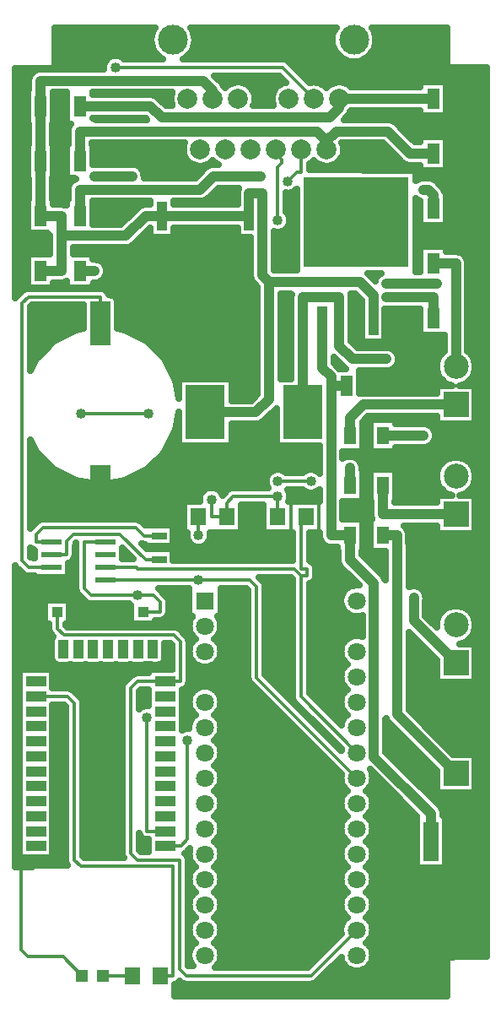
<source format=gtl>
G04 DipTrace 3.3.1.3*
G04 SkyeTrackerV8.0.gtl*
%MOIN*%
G04 #@! TF.FileFunction,Copper,L1,Top*
G04 #@! TF.Part,Single*
%AMOUTLINE0*
4,1,4,
-0.03937,-0.086614,
-0.03937,0.086614,
0.03937,0.086614,
0.03937,-0.086614,
-0.03937,-0.086614,
0*%
%AMOUTLINE1*
4,1,4,
0.019685,0.035433,
0.019685,-0.035433,
-0.019685,-0.035433,
-0.019685,0.035433,
0.019685,0.035433,
0*%
G04 #@! TA.AperFunction,Conductor*
%ADD13C,0.012992*%
%ADD14C,0.03937*%
G04 #@! TA.AperFunction,CopperBalancing*
%ADD15C,0.025*%
%ADD20R,0.062992X0.153543*%
%ADD21R,0.03937X0.116142*%
%ADD22R,0.043307X0.03937*%
%ADD24R,0.05X0.082677*%
%ADD25R,0.047244X0.047244*%
%ADD26R,0.047244X0.070866*%
G04 #@! TA.AperFunction,ComponentPad*
%ADD27R,0.098425X0.098425*%
%ADD28C,0.098425*%
%ADD29R,0.15748X0.212598*%
%ADD30R,0.062992X0.070866*%
G04 #@! TA.AperFunction,ComponentPad*
%ADD31R,0.070866X0.070866*%
%ADD32C,0.070866*%
%ADD33R,0.07874X0.023622*%
%ADD34R,0.07874X0.03937*%
G04 #@! TA.AperFunction,ComponentPad*
%ADD35R,0.07874X0.07874*%
%ADD36C,0.07874*%
%ADD37C,0.11811*%
%ADD39R,0.03937X0.11811*%
%ADD40R,0.417323X0.354331*%
%ADD41R,0.059055X0.031496*%
G04 #@! TA.AperFunction,ViaPad*
%ADD42C,0.04*%
%ADD90OUTLINE0*%
%ADD91OUTLINE1*%
%FSLAX26Y26*%
G04*
G70*
G90*
G75*
G01*
G04 Top*
%LPD*%
X1781273Y3794058D2*
D13*
X1863025Y3712306D1*
X2232377D1*
X2258365Y3686318D1*
Y3561008D1*
X2267424Y2861514D2*
X1960333D1*
Y3012892D1*
X1932381Y3040845D1*
X1798522D1*
Y3119388D1*
X581171Y1821328D2*
Y1902235D1*
X534861D1*
X473097Y1840471D1*
Y1752428D1*
Y633329D1*
X499081Y607345D1*
X638770D1*
X714900Y531215D1*
X1800035Y1912621D2*
X1649652Y2063004D1*
Y2398829D1*
X1539416D1*
Y2243542D1*
X1513432Y2217558D1*
X1241782D1*
X534861Y1902235D2*
Y2093895D1*
X593722D1*
X1932381Y3040845D2*
Y3119388D1*
X1375054Y3341829D2*
Y3419388D1*
X1134266D1*
X2232377Y3712306D2*
X2258365D1*
Y3777543D1*
X2093798Y835451D2*
Y725688D1*
X1960333Y2861514D2*
X1915845D1*
X2258365Y3127937D2*
Y3049235D1*
X2267424Y3040176D1*
Y2861514D1*
X2258365Y3344472D2*
Y3127937D1*
Y3561008D2*
Y3344472D1*
X531958Y1752430D2*
X473097Y1752428D1*
X531958Y1752430D2*
X521459D1*
X1043769D2*
X879951D1*
X531958D1*
X1241782Y2217558D2*
X1093766D1*
X1067782Y2243542D1*
Y2301180D1*
X1041798Y2327164D1*
X813385D1*
X787400Y2353148D1*
Y2461045D1*
X889331Y1968866D2*
Y1928219D1*
X915315Y1902235D1*
X1102629D1*
X1128613Y1876251D1*
Y1784043D1*
X1200035Y1712621D1*
X683442Y1968866D2*
X822203D1*
X889331D1*
X593722Y2093895D2*
X657455D1*
X683442Y2067908D1*
Y1968866D1*
X1134266Y3419388D2*
X1031268D1*
Y3341829D1*
X2258365Y3777543D2*
Y3994079D1*
X2192223Y2353444D2*
D14*
X1902853D1*
Y2467814D1*
X2093798Y1060333D2*
Y1169782D1*
X1868148Y1395432D1*
Y2080731D1*
X1772932Y2175948D1*
Y2270963D1*
X1698995D1*
Y2861514D1*
Y2896711D1*
X1664664Y2931042D1*
Y3119388D1*
X1698995Y2861514D2*
X1759940D1*
X956260Y1968866D2*
D13*
X1023388D1*
Y2008042D1*
X997404Y2034026D1*
X932558D1*
X1488432Y2343906D2*
X1488428Y2424814D1*
Y2484302D2*
X1618668D1*
X932558Y2034026D2*
X750570D1*
X724585Y2060010D1*
Y2243895D1*
X806320D1*
X1285269Y2343906D2*
X1226018D1*
Y2412333D1*
X1488428Y2424814D2*
X1311253D1*
X1285269Y2398829D1*
Y2343906D1*
X1481273Y3794058D2*
Y3777720D1*
X1504306Y3754688D1*
Y3739727D1*
X1488428Y3723849D1*
Y3514235D1*
X847085Y4118782D2*
X1506549D1*
X1631273Y3994058D1*
X2102459Y3994079D2*
D14*
X1908055D1*
X1908034Y3994058D1*
X1731273D1*
X1772932Y2536239D2*
Y2467814D1*
X2116392Y3264428D2*
X1918129D1*
X1731273Y3994058D2*
Y3959436D1*
X1691903Y3920066D1*
X1028766D1*
X984955Y3963877D1*
X706234D1*
X1527920Y3669018D2*
D13*
X1564707Y3705806D1*
X1581273D1*
Y3794058D1*
X711255Y2752774D2*
X977605D1*
X2192205Y1329822D2*
D14*
X1959152Y1562874D1*
Y2270963D1*
X1902853D1*
X1918129Y2966239D2*
X1783955D1*
X1731593Y3018601D1*
Y3119388D1*
X1918129Y3211436D2*
X2102459D1*
Y3127937D1*
X1731593Y3119388D2*
Y3211121D1*
X1587576D1*
Y2756449D1*
X1201749D2*
X1401035D1*
X1453400Y2808814D1*
Y3270459D1*
X1427416Y3296444D1*
Y3621554D1*
X1375054D1*
Y3530806D1*
X1031268D2*
X965420D1*
X887668Y3453054D1*
X633991D1*
Y3314270D1*
X550328D1*
X2025554Y2024822D2*
Y1933302D1*
X2192223Y1766633D1*
X1453400Y3270459D2*
X1673010D1*
X633991Y3453054D2*
Y3530806D1*
X550328D1*
X1375054D2*
X1031268D1*
X550328Y3963877D2*
Y4066105D1*
X1191903D1*
X1231273Y4026735D1*
Y3994058D1*
X550328Y3747341D2*
Y3963877D1*
Y3530806D2*
Y3747341D1*
X1673010Y3270459D2*
X1813089D1*
X1865451Y3218097D1*
Y3119388D1*
X2192223Y2786514D2*
X1825294D1*
X1772932Y2734152D1*
Y2664664D1*
X616513Y1968866D2*
D13*
Y1902236D1*
X642499Y1876251D1*
X1076644D1*
X1102629Y1850266D1*
Y1693375D1*
X1043769D1*
X931916D1*
X905932Y1667391D1*
Y1015235D1*
X931916Y989251D1*
X1099711D1*
Y557699D1*
X1125696Y531715D1*
X1619130D1*
X1800035Y712621D1*
X912505Y531215D2*
X840689D1*
X797577D1*
X787400Y3106714D2*
Y3212818D1*
X502534D1*
X476550Y3186833D1*
Y2169881D1*
X502535Y2143895D1*
X593722D1*
X2192223Y2936514D2*
D14*
Y3344472D1*
X2102459D1*
X764227Y3688837D2*
X912558D1*
X764227Y3314270D2*
X706234D1*
Y3530806D2*
Y3636160D1*
X1181274D1*
X2063715Y2664664D2*
X1902853D1*
X2063715Y3635026D2*
X2082459D1*
X2102459Y3615026D1*
Y3561008D1*
X1181274Y3636160D2*
X1233951Y3688837D1*
X1420762D1*
X2102459Y3777543D2*
X2011038Y3777546D1*
X1681273Y3794058D2*
Y3826735D1*
X1641903Y3866105D1*
X706234D1*
Y3747341D1*
X2011038Y3777546D2*
X1922479Y3866105D1*
X1720644D1*
X1681273Y3826734D1*
X1598668Y2343906D2*
D13*
X1579180D1*
Y2138580D1*
X1605164D1*
Y2112593D1*
X1579180D1*
X1553196Y2138577D1*
X934184D1*
X928866Y2143895D1*
X806320D1*
X1579180Y2112593D2*
Y1633476D1*
X1800035Y1412621D1*
X806320Y2093895D2*
X1175034Y2093896D1*
X1175033Y2343906D2*
X1175034Y2270550D1*
Y2093896D2*
X1378294D1*
X1404278Y2067912D1*
Y1708378D1*
X1800035Y1312621D1*
X593722Y2193895D2*
X652581D1*
Y2249211D1*
X678566Y2275196D1*
X865180D1*
X965966Y2174409D1*
X1018766D1*
X1022741Y531215D2*
X1073727D1*
Y963266D1*
X709314D1*
X683327Y989253D1*
Y1608333D1*
X657340Y1634320D1*
X531958D1*
X971404Y1551522D2*
Y1102824D1*
X1043769D1*
X593722Y2243895D2*
X534861D1*
Y2275196D1*
X560845Y2301180D1*
X927625D1*
X959907Y2268898D1*
X1018766D1*
X1131613Y1461007D2*
Y1069755D1*
X1105627Y1043769D1*
X1043769D1*
D42*
X2267424Y2861514D3*
X1134266Y3419388D3*
X2093798Y835451D3*
X1241782Y2217558D3*
X1226018Y2412333D3*
X1618668Y2484302D3*
X1488428Y3514235D3*
Y2484302D3*
X932558Y2034026D3*
X1488428Y2424814D3*
X847085Y4118782D3*
X1772932Y2536239D3*
X1918129Y3264428D3*
X2116392D3*
X1527920Y3669018D3*
X977605Y2752774D3*
X711255D3*
X912558Y3688837D3*
X764227D3*
Y3314270D3*
X2063715Y3635026D3*
X1420762Y3688837D3*
X2063715Y2664664D3*
X1181274Y3636160D3*
X2011038Y3777546D3*
X1175034Y2270550D3*
Y2093896D3*
X971404Y1551522D3*
X1131613Y1461007D3*
X1918129Y3211436D3*
Y2966239D3*
X2025554Y2024822D3*
X1673010Y3270459D3*
X608730Y4250491D2*
D15*
X988593D1*
X1158193D2*
X1704365D1*
X1873965D2*
X2153877D1*
X608730Y4225622D2*
X985370D1*
X1161415D2*
X1701093D1*
X1877186D2*
X2153877D1*
X608730Y4200753D2*
X989521D1*
X1157265D2*
X1705244D1*
X1873037D2*
X2153877D1*
X608730Y4175885D2*
X1002412D1*
X1144423D2*
X1718134D1*
X1860146D2*
X2153877D1*
X608730Y4151016D2*
X811102D1*
X1516054D2*
X1747577D1*
X1830702D2*
X2153877D1*
X608730Y4126147D2*
X798701D1*
X1548329D2*
X2153877D1*
X452480Y4101278D2*
X517890D1*
X1573182D2*
X2310175D1*
X452480Y4076409D2*
X502802D1*
X1249404D2*
X1499774D1*
X1598085D2*
X2310175D1*
X452480Y4051541D2*
X501630D1*
X1272744D2*
X1296601D1*
X1365908D2*
X1496601D1*
X1665908D2*
X1696601D1*
X1765908D2*
X2048457D1*
X2156434D2*
X2310175D1*
X452480Y4026672D2*
X496357D1*
X1391005D2*
X1471552D1*
X2156434D2*
X2310175D1*
X452480Y4001803D2*
X496357D1*
X604335D2*
X652265D1*
X1013808D2*
X1063349D1*
X1399160D2*
X1463349D1*
X2156434D2*
X2310175D1*
X452480Y3976934D2*
X496357D1*
X604335D2*
X652265D1*
X1039686D2*
X1065156D1*
X1397353D2*
X1465156D1*
X2156434D2*
X2310175D1*
X452480Y3952066D2*
X496357D1*
X604335D2*
X652265D1*
X2156434D2*
X2310175D1*
X452480Y3927197D2*
X496357D1*
X604335D2*
X652265D1*
X1766835D2*
X2048457D1*
X2156434D2*
X2310175D1*
X452480Y3902328D2*
X496357D1*
X604335D2*
X652265D1*
X1953602D2*
X2310175D1*
X452480Y3877459D2*
X501630D1*
X599013D2*
X658954D1*
X1978945D2*
X2310175D1*
X452480Y3852591D2*
X501630D1*
X599013D2*
X657538D1*
X2003798D2*
X2310175D1*
X452480Y3827722D2*
X501630D1*
X599013D2*
X657538D1*
X2028652D2*
X2048457D1*
X2156434D2*
X2310175D1*
X452480Y3802853D2*
X496357D1*
X604335D2*
X652265D1*
X760244D2*
X1113496D1*
X1749062D2*
X1917938D1*
X2156434D2*
X2310175D1*
X452480Y3777984D2*
X496357D1*
X604335D2*
X652265D1*
X760244D2*
X1114912D1*
X1747646D2*
X1942793D1*
X2156434D2*
X2310175D1*
X452480Y3753115D2*
X496357D1*
X604335D2*
X652265D1*
X760244D2*
X1127167D1*
X1735341D2*
X1967646D1*
X2156434D2*
X2310175D1*
X452480Y3728247D2*
X496357D1*
X604335D2*
X652265D1*
X939736D2*
X1207392D1*
X1616738D2*
X2048457D1*
X2156434D2*
X2310175D1*
X452480Y3703378D2*
X496357D1*
X604335D2*
X652265D1*
X959218D2*
X1180682D1*
X2036171D2*
X2310175D1*
X452480Y3678509D2*
X501630D1*
X599013D2*
X685322D1*
X2036171D2*
X2044752D1*
X2100478D2*
X2310175D1*
X452480Y3653640D2*
X501630D1*
X599013D2*
X661005D1*
X2131630D2*
X2310175D1*
X452480Y3628772D2*
X501630D1*
X599013D2*
X657538D1*
X1241689D2*
X1326923D1*
X2156434D2*
X2310175D1*
X452480Y3603903D2*
X501630D1*
X599013D2*
X657538D1*
X1217274D2*
X1326386D1*
X1523915D2*
X1560858D1*
X2156434D2*
X2310175D1*
X452480Y3579034D2*
X496357D1*
X604335D2*
X652265D1*
X760244D2*
X982587D1*
X1079921D2*
X1326386D1*
X1523915D2*
X1560858D1*
X2036171D2*
X2048457D1*
X2156434D2*
X2310175D1*
X452480Y3554165D2*
X496357D1*
X760244D2*
X920966D1*
X1523915D2*
X1560858D1*
X2036171D2*
X2048457D1*
X2156434D2*
X2310175D1*
X452480Y3529297D2*
X496357D1*
X760244D2*
X896113D1*
X1534902D2*
X1560858D1*
X2036171D2*
X2048457D1*
X2156434D2*
X2310175D1*
X452480Y3504428D2*
X496357D1*
X760244D2*
X871259D1*
X1536366D2*
X1560858D1*
X2036171D2*
X2048457D1*
X2156434D2*
X2310175D1*
X452480Y3479559D2*
X496357D1*
X1079921D2*
X1326386D1*
X1521913D2*
X1560858D1*
X2036171D2*
X2310175D1*
X452480Y3454690D2*
X585322D1*
X957118D2*
X982587D1*
X1079921D2*
X1326386D1*
X1476113D2*
X1560858D1*
X2036171D2*
X2310175D1*
X452480Y3429822D2*
X585322D1*
X932217D2*
X1378730D1*
X1476113D2*
X1560858D1*
X2036171D2*
X2310175D1*
X452480Y3404953D2*
X585322D1*
X682656D2*
X1378730D1*
X1476113D2*
X1560858D1*
X2036171D2*
X2048457D1*
X2156434D2*
X2310175D1*
X452480Y3380084D2*
X496357D1*
X760244D2*
X1378730D1*
X1476113D2*
X1560858D1*
X2036171D2*
X2048457D1*
X2224110D2*
X2310175D1*
X452480Y3355215D2*
X496357D1*
X788759D2*
X1378730D1*
X1476113D2*
X1560858D1*
X2036171D2*
X2048457D1*
X2239638D2*
X2310175D1*
X452480Y3330346D2*
X496357D1*
X810341D2*
X1378730D1*
X1476113D2*
X1560858D1*
X2036171D2*
X2048457D1*
X2240908D2*
X2310175D1*
X452480Y3305478D2*
X496357D1*
X812392D2*
X1378730D1*
X1845693D2*
X1893818D1*
X2240908D2*
X2310175D1*
X452480Y3280609D2*
X496357D1*
X798818D2*
X1381562D1*
X2240908D2*
X2310175D1*
X452480Y3255740D2*
X496357D1*
X604335D2*
X652265D1*
X760244D2*
X1400312D1*
X2240908D2*
X2310175D1*
X452480Y3230871D2*
X471430D1*
X817518D2*
X1404706D1*
X2240908D2*
X2310175D1*
X852529Y3206003D2*
X1404706D1*
X1502089D2*
X1538886D1*
X1780262D2*
X1809736D1*
X2240908D2*
X2310175D1*
X855751Y3181134D2*
X1404706D1*
X1502089D2*
X1538886D1*
X1780262D2*
X1816766D1*
X2240908D2*
X2310175D1*
X512050Y3156265D2*
X719062D1*
X855751D2*
X1404706D1*
X1502089D2*
X1538886D1*
X1780262D2*
X1816766D1*
X1914150D2*
X2048457D1*
X2240908D2*
X2310175D1*
X512050Y3131396D2*
X719062D1*
X855751D2*
X1404706D1*
X1502089D2*
X1538886D1*
X1780262D2*
X1816766D1*
X1914150D2*
X2048457D1*
X2240908D2*
X2310175D1*
X512050Y3106528D2*
X719062D1*
X855751D2*
X1404706D1*
X1502089D2*
X1538886D1*
X1780262D2*
X1816766D1*
X1914150D2*
X2048457D1*
X2240908D2*
X2310175D1*
X512050Y3081659D2*
X688984D1*
X885829D2*
X1404706D1*
X1502089D2*
X1538886D1*
X1780262D2*
X1816766D1*
X1914150D2*
X2048457D1*
X2240908D2*
X2310175D1*
X512050Y3056790D2*
X639277D1*
X935537D2*
X1404706D1*
X1502089D2*
X1538886D1*
X1780262D2*
X1816766D1*
X1914150D2*
X2143525D1*
X2240908D2*
X2310175D1*
X512050Y3031921D2*
X595526D1*
X979238D2*
X1404706D1*
X1502089D2*
X1538886D1*
X1786073D2*
X2143525D1*
X2240908D2*
X2310175D1*
X512050Y3007052D2*
X570673D1*
X1004140D2*
X1404706D1*
X1502089D2*
X1538886D1*
X1942909D2*
X2143525D1*
X2240908D2*
X2310175D1*
X512050Y2982184D2*
X545820D1*
X1028993D2*
X1404706D1*
X1502089D2*
X1538886D1*
X1964297D2*
X2129365D1*
X2255117D2*
X2310175D1*
X512050Y2957315D2*
X526142D1*
X1048671D2*
X1404706D1*
X1502089D2*
X1538886D1*
X1713320D2*
X1725068D1*
X1966249D2*
X2116913D1*
X2267518D2*
X2310175D1*
X1061318Y2932446D2*
X1404706D1*
X1502089D2*
X1538886D1*
X1731045D2*
X1749970D1*
X1952577D2*
X2114130D1*
X2270302D2*
X2310175D1*
X1074013Y2907577D2*
X1404706D1*
X1502089D2*
X1538886D1*
X1813954D2*
X2119745D1*
X2264686D2*
X2310175D1*
X1309462Y2882709D2*
X1404706D1*
X1813954D2*
X2136445D1*
X2247988D2*
X2310175D1*
X1309462Y2857840D2*
X1404706D1*
X1813954D2*
X2114033D1*
X2270449D2*
X2310175D1*
X1309462Y2832971D2*
X1404706D1*
X1813954D2*
X2114033D1*
X2270449D2*
X2310175D1*
X1309462Y2808102D2*
X1384882D1*
X2270449D2*
X2310175D1*
X2270449Y2783234D2*
X2310175D1*
X1470741Y2758365D2*
X1479814D1*
X2270449D2*
X2310175D1*
X1445888Y2733496D2*
X1479853D1*
X1840077D2*
X2114033D1*
X2270449D2*
X2310175D1*
X1309462Y2708627D2*
X1479853D1*
X1825526D2*
X1850262D1*
X2081337D2*
X2310175D1*
X1086025Y2683759D2*
X1094021D1*
X1309462D2*
X1479853D1*
X1825526D2*
X1850262D1*
X2108583D2*
X2310175D1*
X1073378Y2658890D2*
X1094013D1*
X1309462D2*
X1479853D1*
X1825526D2*
X1850262D1*
X2112343D2*
X2310175D1*
X1060682Y2634021D2*
X1094013D1*
X1309462D2*
X1479853D1*
X1825526D2*
X1850262D1*
X2101161D2*
X2310175D1*
X512050Y2609152D2*
X526777D1*
X1047988D2*
X1650312D1*
X1825526D2*
X1850262D1*
X1955458D2*
X2310175D1*
X512050Y2584283D2*
X547089D1*
X1027724D2*
X1650312D1*
X1747694D2*
X2310175D1*
X512050Y2559415D2*
X571942D1*
X1002822D2*
X1650312D1*
X1815713D2*
X2138740D1*
X2245693D2*
X2310175D1*
X512050Y2534546D2*
X596845D1*
X977969D2*
X1650312D1*
X1821913D2*
X2120722D1*
X2263759D2*
X2310175D1*
X512050Y2509677D2*
X641816D1*
X932997D2*
X1446992D1*
X1825526D2*
X1850262D1*
X1955458D2*
X2114277D1*
X2270156D2*
X2310175D1*
X512050Y2484808D2*
X696113D1*
X878652D2*
X1439423D1*
X1825526D2*
X1850262D1*
X1955458D2*
X2116328D1*
X2268105D2*
X2310175D1*
X512050Y2459940D2*
X1446308D1*
X1825526D2*
X1850262D1*
X1955458D2*
X2127753D1*
X2256678D2*
X2310175D1*
X512050Y2435071D2*
X1182978D1*
X1536269D2*
X1650312D1*
X1825526D2*
X1850262D1*
X1955458D2*
X2157245D1*
X2227236D2*
X2310175D1*
X512050Y2410202D2*
X1177070D1*
X1535049D2*
X1650312D1*
X1825526D2*
X1850262D1*
X1955458D2*
X2114033D1*
X2270449D2*
X2310175D1*
X512050Y2385333D2*
X1114521D1*
X1345741D2*
X1427949D1*
X1747694D2*
X1854169D1*
X2270449D2*
X2310175D1*
X512050Y2360465D2*
X1114521D1*
X1345741D2*
X1427949D1*
X1747694D2*
X1854169D1*
X2270449D2*
X2310175D1*
X512050Y2335596D2*
X1114521D1*
X1345741D2*
X1427949D1*
X1747694D2*
X1857782D1*
X2270449D2*
X2310175D1*
X512050Y2310727D2*
X521222D1*
X1077285D2*
X1114521D1*
X1345741D2*
X1427949D1*
X1825526D2*
X1850262D1*
X2270449D2*
X2310175D1*
X1077285Y2285858D2*
X1114521D1*
X1345741D2*
X1427949D1*
X1825526D2*
X1850262D1*
X2005361D2*
X2114033D1*
X2270449D2*
X2310175D1*
X1077285Y2260990D2*
X1127021D1*
X1223037D2*
X1543671D1*
X1614686D2*
X1651386D1*
X1825526D2*
X1850262D1*
X2007850D2*
X2310175D1*
X1077285Y2236121D2*
X1141278D1*
X1208778D2*
X1543671D1*
X1614686D2*
X1666181D1*
X1825526D2*
X1850262D1*
X2007850D2*
X2310175D1*
X512050Y2211252D2*
X525361D1*
X1077285D2*
X1543671D1*
X1614686D2*
X1720331D1*
X1825526D2*
X1850262D1*
X2007850D2*
X2310175D1*
X512050Y2186383D2*
X525361D1*
X874697D2*
X904853D1*
X1077285D2*
X1543671D1*
X1614686D2*
X1724238D1*
X1830312D2*
X1910469D1*
X2007850D2*
X2310175D1*
X662098Y2161514D2*
X689081D1*
X1631386D2*
X1726581D1*
X1855165D2*
X1910469D1*
X2007850D2*
X2310175D1*
X452480Y2136646D2*
X460602D1*
X662098D2*
X689081D1*
X1640664D2*
X1744453D1*
X1880018D2*
X1910469D1*
X2007850D2*
X2310175D1*
X452480Y2111777D2*
X492499D1*
X662098D2*
X689081D1*
X1640664D2*
X1769306D1*
X2007850D2*
X2310175D1*
X452480Y2086908D2*
X689081D1*
X1433730D2*
X1543671D1*
X1628358D2*
X1794160D1*
X2007850D2*
X2310175D1*
X452480Y2062039D2*
X689081D1*
X1439785D2*
X1543671D1*
X1614686D2*
X1760224D1*
X2055898D2*
X2310175D1*
X452480Y2037171D2*
X698261D1*
X1043398D2*
X1135614D1*
X1264442D2*
X1368769D1*
X1439785D2*
X1543671D1*
X1614686D2*
X1740693D1*
X2072890D2*
X2310175D1*
X452480Y2012302D2*
X565888D1*
X667177D2*
X723164D1*
X1058583D2*
X1135614D1*
X1264442D2*
X1368769D1*
X1439785D2*
X1543671D1*
X1614686D2*
X1735614D1*
X2074209D2*
X2310175D1*
X452480Y1987433D2*
X565888D1*
X667177D2*
X905634D1*
X1058877D2*
X1135614D1*
X1264442D2*
X1368769D1*
X1439785D2*
X1543671D1*
X1614686D2*
X1740986D1*
X2074209D2*
X2162909D1*
X2221522D2*
X2310175D1*
X452480Y1962564D2*
X565888D1*
X667177D2*
X905634D1*
X1058290D2*
X1135614D1*
X1264442D2*
X1368769D1*
X1439785D2*
X1543671D1*
X1614686D2*
X1761102D1*
X2074209D2*
X2129560D1*
X2254921D2*
X2310175D1*
X452480Y1937696D2*
X565888D1*
X667177D2*
X905634D1*
X1036709D2*
X1140937D1*
X1259169D2*
X1368769D1*
X1439785D2*
X1543671D1*
X1614686D2*
X1819453D1*
X2088954D2*
X2117010D1*
X2267421D2*
X2310175D1*
X452480Y1912827D2*
X581025D1*
X655068D2*
X1135614D1*
X1264442D2*
X1368769D1*
X1439785D2*
X1543671D1*
X1614686D2*
X1819453D1*
X2270350D2*
X2310175D1*
X452480Y1887958D2*
X584297D1*
X1114101D2*
X1140741D1*
X1259316D2*
X1368769D1*
X1439785D2*
X1543671D1*
X1614686D2*
X1819453D1*
X2264785D2*
X2310175D1*
X452480Y1863089D2*
X592304D1*
X1135537D2*
X1160370D1*
X1239686D2*
X1368769D1*
X1439785D2*
X1543671D1*
X1614686D2*
X1761640D1*
X2007850D2*
X2027949D1*
X2248232D2*
X2310175D1*
X452480Y1838220D2*
X591572D1*
X1043251D2*
X1065546D1*
X1258925D2*
X1368769D1*
X1439785D2*
X1543671D1*
X1614686D2*
X1741133D1*
X2007850D2*
X2052850D1*
X2270449D2*
X2310175D1*
X452480Y1813352D2*
X591572D1*
X1043251D2*
X1067157D1*
X1264442D2*
X1368769D1*
X1439785D2*
X1543671D1*
X1614686D2*
X1735614D1*
X2007850D2*
X2077705D1*
X2270449D2*
X2310175D1*
X452480Y1788483D2*
X591572D1*
X1043251D2*
X1067157D1*
X1259560D2*
X1368769D1*
X1439785D2*
X1543671D1*
X1614686D2*
X1740497D1*
X2007850D2*
X2102558D1*
X2270449D2*
X2310175D1*
X452480Y1763614D2*
X603730D1*
X1031093D2*
X1067157D1*
X1138125D2*
X1159686D1*
X1240370D2*
X1368769D1*
X1439785D2*
X1543671D1*
X1614686D2*
X1759686D1*
X2007850D2*
X2114033D1*
X2270449D2*
X2310175D1*
X452480Y1738745D2*
X463626D1*
X600331D2*
X975409D1*
X1138125D2*
X1368769D1*
X1439785D2*
X1543671D1*
X1614686D2*
X1741377D1*
X2007850D2*
X2114033D1*
X2270449D2*
X2310175D1*
X452480Y1713877D2*
X463626D1*
X600331D2*
X903241D1*
X1138125D2*
X1368769D1*
X1447938D2*
X1543671D1*
X1614686D2*
X1735614D1*
X2007850D2*
X2114033D1*
X2270449D2*
X2310175D1*
X452480Y1689008D2*
X463626D1*
X600331D2*
X878534D1*
X1137831D2*
X1375068D1*
X1472793D2*
X1543671D1*
X1614686D2*
X1740302D1*
X2007850D2*
X2310175D1*
X452480Y1664139D2*
X463626D1*
X673965D2*
X870429D1*
X1120400D2*
X1163154D1*
X1236904D2*
X1399385D1*
X1497646D2*
X1543671D1*
X1614686D2*
X1759003D1*
X2007850D2*
X2310175D1*
X452480Y1639270D2*
X463626D1*
X701552D2*
X870429D1*
X941396D2*
X975409D1*
X1112148D2*
X1141621D1*
X1258437D2*
X1424238D1*
X1522549D2*
X1543671D1*
X1622549D2*
X1741621D1*
X2007850D2*
X2310175D1*
X452480Y1614402D2*
X463626D1*
X718251D2*
X870429D1*
X941396D2*
X975409D1*
X1112148D2*
X1135614D1*
X1264442D2*
X1449091D1*
X1647402D2*
X1735614D1*
X2007850D2*
X2310175D1*
X452480Y1589533D2*
X463626D1*
X600331D2*
X647822D1*
X718837D2*
X870429D1*
X1112148D2*
X1140058D1*
X1259999D2*
X1473993D1*
X1672255D2*
X1740058D1*
X2007850D2*
X2310175D1*
X452480Y1564664D2*
X463626D1*
X600331D2*
X647822D1*
X718837D2*
X870429D1*
X1112148D2*
X1158369D1*
X1241689D2*
X1498846D1*
X1697157D2*
X1758369D1*
X2025185D2*
X2310175D1*
X452480Y1539795D2*
X463626D1*
X600331D2*
X647822D1*
X718837D2*
X870429D1*
X1112148D2*
X1141913D1*
X1258193D2*
X1523701D1*
X1722010D2*
X1741913D1*
X2050038D2*
X2310175D1*
X452480Y1514927D2*
X463626D1*
X600331D2*
X647822D1*
X718837D2*
X870429D1*
X1112148D2*
X1135664D1*
X1264394D2*
X1548554D1*
X1916835D2*
X1939277D1*
X2074892D2*
X2310175D1*
X452480Y1490058D2*
X463626D1*
X600331D2*
X647822D1*
X718837D2*
X870429D1*
X1260194D2*
X1573457D1*
X1916835D2*
X1964178D1*
X2099794D2*
X2310175D1*
X452480Y1465189D2*
X463626D1*
X600331D2*
X647822D1*
X718837D2*
X870429D1*
X1242324D2*
X1598310D1*
X1916835D2*
X1989033D1*
X2124648D2*
X2310175D1*
X452480Y1440320D2*
X463626D1*
X600331D2*
X647822D1*
X718837D2*
X870429D1*
X1257900D2*
X1623164D1*
X1916835D2*
X2013886D1*
X2149501D2*
X2310175D1*
X452480Y1415451D2*
X463626D1*
X600331D2*
X647822D1*
X718837D2*
X870429D1*
X1264394D2*
X1648066D1*
X1916835D2*
X2038789D1*
X2174404D2*
X2310175D1*
X452480Y1390583D2*
X463626D1*
X600331D2*
X647822D1*
X718837D2*
X870429D1*
X1260390D2*
X1672919D1*
X1940810D2*
X2063642D1*
X2270400D2*
X2310175D1*
X452480Y1365714D2*
X463626D1*
X600331D2*
X647822D1*
X718837D2*
X870429D1*
X1242958D2*
X1697773D1*
X1965664D2*
X2088496D1*
X2270400D2*
X2310175D1*
X452480Y1340845D2*
X463626D1*
X600331D2*
X647822D1*
X718837D2*
X870429D1*
X1257656D2*
X1722675D1*
X1990517D2*
X2113398D1*
X2270400D2*
X2310175D1*
X452480Y1315976D2*
X463626D1*
X600331D2*
X647822D1*
X718837D2*
X870429D1*
X1264394D2*
X1735713D1*
X1864394D2*
X1879804D1*
X2015419D2*
X2113984D1*
X2270400D2*
X2310175D1*
X452480Y1291108D2*
X463626D1*
X600331D2*
X647822D1*
X718837D2*
X870429D1*
X1260585D2*
X1739472D1*
X1860585D2*
X1904657D1*
X2040273D2*
X2113984D1*
X2270400D2*
X2310175D1*
X452480Y1266239D2*
X463626D1*
X600331D2*
X647822D1*
X718837D2*
X870429D1*
X1243545D2*
X1756513D1*
X1843545D2*
X1929560D1*
X2065126D2*
X2113984D1*
X2270400D2*
X2310175D1*
X452480Y1241370D2*
X463626D1*
X600331D2*
X647822D1*
X718837D2*
X870429D1*
X1257362D2*
X1742694D1*
X1857362D2*
X1954413D1*
X2090029D2*
X2310175D1*
X452480Y1216501D2*
X463626D1*
X600331D2*
X647822D1*
X718837D2*
X870429D1*
X1264345D2*
X1735713D1*
X1864345D2*
X1979266D1*
X2114882D2*
X2310175D1*
X452480Y1191633D2*
X463626D1*
X600331D2*
X647822D1*
X718837D2*
X870429D1*
X1260781D2*
X1739277D1*
X1860781D2*
X2004121D1*
X2137001D2*
X2310175D1*
X452480Y1166764D2*
X463626D1*
X600331D2*
X647822D1*
X718837D2*
X870429D1*
X1244130D2*
X1755927D1*
X1844130D2*
X2029022D1*
X2142470D2*
X2310175D1*
X452480Y1141895D2*
X463626D1*
X600331D2*
X647822D1*
X718837D2*
X870429D1*
X1257118D2*
X1742988D1*
X1857118D2*
X2033320D1*
X2154286D2*
X2310175D1*
X452480Y1117026D2*
X463626D1*
X600331D2*
X647822D1*
X718837D2*
X870429D1*
X1264297D2*
X1735761D1*
X1864297D2*
X2033320D1*
X2154286D2*
X2310175D1*
X452480Y1092157D2*
X463626D1*
X600331D2*
X647822D1*
X718837D2*
X870429D1*
X1260976D2*
X1739081D1*
X1860976D2*
X2033320D1*
X2154286D2*
X2310175D1*
X452480Y1067289D2*
X463626D1*
X600331D2*
X647822D1*
X718837D2*
X870429D1*
X941396D2*
X975409D1*
X1244717D2*
X1755341D1*
X1844717D2*
X2033320D1*
X2154286D2*
X2310175D1*
X452480Y1042420D2*
X463626D1*
X600331D2*
X647822D1*
X718837D2*
X870429D1*
X941396D2*
X975409D1*
X1256825D2*
X1743232D1*
X1856825D2*
X2033320D1*
X2154286D2*
X2310175D1*
X452480Y1017551D2*
X463626D1*
X600331D2*
X647822D1*
X718837D2*
X870429D1*
X1128164D2*
X1135831D1*
X1264247D2*
X1735810D1*
X1864247D2*
X2033320D1*
X2154286D2*
X2310175D1*
X452480Y992682D2*
X647822D1*
X1261171D2*
X1738886D1*
X1861171D2*
X2033320D1*
X2154286D2*
X2310175D1*
X452480Y967814D2*
X515741D1*
X1135194D2*
X1154804D1*
X1245302D2*
X1754804D1*
X1845302D2*
X2033320D1*
X2154286D2*
X2310175D1*
X1135194Y942945D2*
X1143510D1*
X1256533D2*
X1743525D1*
X1856533D2*
X2310175D1*
X1264198Y918076D2*
X1735858D1*
X1864198D2*
X2310175D1*
X1261318Y893207D2*
X1738740D1*
X1861318D2*
X2310175D1*
X1135194Y868339D2*
X1154266D1*
X1245839D2*
X1754266D1*
X1845839D2*
X2310175D1*
X1135194Y843470D2*
X1143848D1*
X1256240D2*
X1743818D1*
X1856240D2*
X2310175D1*
X1264150Y818601D2*
X1735908D1*
X1864150D2*
X2310175D1*
X1261513Y793732D2*
X1738545D1*
X1861513D2*
X2310175D1*
X1135194Y768864D2*
X1153730D1*
X1246377D2*
X1753730D1*
X1846377D2*
X2310175D1*
X1135194Y743995D2*
X1144118D1*
X1255946D2*
X1744160D1*
X1855946D2*
X2310175D1*
X1264101Y719126D2*
X1735957D1*
X1864101D2*
X2310175D1*
X1261660Y694257D2*
X1732538D1*
X1861660D2*
X2310175D1*
X1135194Y669388D2*
X1153193D1*
X1246865D2*
X1707636D1*
X1846865D2*
X2310175D1*
X1135194Y644520D2*
X1144455D1*
X1255605D2*
X1682782D1*
X1855605D2*
X2310175D1*
X1264052Y619651D2*
X1657929D1*
X1864052D2*
X2310175D1*
X1261854Y594782D2*
X1633026D1*
X1861854D2*
X2153877D1*
X1136660Y569913D2*
X1152705D1*
X1247402D2*
X1608173D1*
X1706484D2*
X1752705D1*
X1847402D2*
X2153877D1*
X1681630Y545045D2*
X2153877D1*
X1656728Y520176D2*
X2153877D1*
X1083778Y495307D2*
X2153877D1*
X1083778Y470438D2*
X2153877D1*
X819661Y3219820D2*
X830915Y3219493D1*
X836908Y3217803D1*
X842343Y3214761D1*
X846915Y3210533D1*
X850375Y3205356D1*
X852530Y3199513D1*
X853262Y3193328D1*
Y3086541D1*
X884091Y3081427D1*
X898345Y3074462D1*
X971316Y3036990D1*
X982720Y3025961D1*
X1040541Y2967774D1*
X1047979Y2953761D1*
X1084984Y2880559D1*
X1087728Y2864933D1*
X1096517Y2811157D1*
Y2889240D1*
X1306982D1*
Y2802668D1*
X1381877Y2802626D1*
X1407226Y2827944D1*
X1407223Y3251343D1*
X1392303Y3266454D1*
X1388043Y3272316D1*
X1384753Y3278772D1*
X1382514Y3285664D1*
X1381381Y3292820D1*
X1381239Y3371444D1*
Y3446199D1*
X1328877Y3446243D1*
Y3484671D1*
X1077446Y3484629D1*
X1077445Y3446243D1*
X985091D1*
Y3484671D1*
X971555Y3471636D1*
X917657Y3417941D1*
X911795Y3413681D1*
X905340Y3410391D1*
X898448Y3408152D1*
X891291Y3407018D1*
X812668Y3406877D1*
X680197D1*
X680168Y3382106D1*
X757726Y3382101D1*
Y3360470D1*
X767875Y3360619D1*
X775080Y3359478D1*
X782018Y3357223D1*
X788520Y3353911D1*
X794421Y3349623D1*
X799580Y3344465D1*
X803867Y3338563D1*
X807180Y3332062D1*
X809434Y3325123D1*
X810576Y3317919D1*
Y3310622D1*
X809434Y3303417D1*
X807180Y3296479D1*
X803867Y3289978D1*
X799580Y3284076D1*
X794421Y3278917D1*
X788520Y3274630D1*
X782018Y3271318D1*
X775080Y3269063D1*
X767875Y3267921D1*
X759121Y3268094D1*
X757726Y3257101D1*
Y3246440D1*
X654741D1*
Y3273051D1*
X648260Y3270353D1*
X641214Y3268661D1*
X633991Y3268093D1*
X601814D1*
X601820Y3246440D1*
X498836D1*
Y3382101D1*
X587850D1*
X587814Y3453068D1*
X576820Y3462975D1*
X498836D1*
Y3598636D1*
X504159D1*
X504151Y3679487D1*
X498836Y3679510D1*
Y3815172D1*
X504159D1*
X504151Y3896022D1*
X498836Y3896046D1*
Y4031707D1*
X504159D1*
X504293Y4069728D1*
X505427Y4076885D1*
X507665Y4083776D1*
X510955Y4090232D1*
X515215Y4096094D1*
X520339Y4101218D1*
X526201Y4105478D1*
X532657Y4108768D1*
X539549Y4111007D1*
X546705Y4112140D1*
X625328Y4112282D1*
X801060D1*
X800593Y4118782D1*
X801165Y4126055D1*
X802869Y4133150D1*
X805660Y4139890D1*
X809472Y4146109D1*
X814210Y4151657D1*
X819759Y4156395D1*
X825978Y4160207D1*
X832718Y4162999D1*
X839812Y4164702D1*
X847085Y4165274D1*
X854358Y4164702D1*
X861453Y4162999D1*
X868193Y4160207D1*
X874412Y4156395D1*
X879845Y4151764D1*
X1032877Y4151770D1*
X1023115Y4157920D1*
X1012908Y4166638D1*
X1004190Y4176845D1*
X997176Y4188291D1*
X992038Y4200693D1*
X988906Y4213747D1*
X987852Y4227129D1*
X988906Y4240510D1*
X992038Y4253564D1*
X997176Y4265966D1*
X1002804Y4275340D1*
X606240Y4275360D1*
X606068Y4123387D1*
X604860Y4119668D1*
X602560Y4116504D1*
X599396Y4114205D1*
X595677Y4112996D1*
X556222Y4112843D1*
X449923D1*
X449955Y3206348D1*
X453223Y3210160D1*
X481110Y3237902D1*
X487558Y3242210D1*
X494833Y3244895D1*
X502534Y3245806D1*
X789988Y3245705D1*
X797594Y3244192D1*
X804636Y3240945D1*
X810727Y3236144D1*
X815528Y3230054D1*
X818774Y3223012D1*
X819479Y3220509D1*
X830915Y3219493D1*
X836908Y3217803D1*
X842343Y3214761D1*
X846915Y3210533D1*
X850375Y3205356D1*
X852530Y3199513D1*
X853262Y3193328D1*
X2139961Y1163597D2*
X2151786D1*
Y957070D1*
X2035810D1*
Y1162450D1*
X1852017Y1346259D1*
X1855211Y1340734D1*
X1858930Y1331757D1*
X1861198Y1322308D1*
X1861961Y1312621D1*
X1861198Y1302933D1*
X1858930Y1293484D1*
X1855211Y1284508D1*
X1850134Y1276222D1*
X1843823Y1268833D1*
X1836568Y1262629D1*
X1843823Y1256408D1*
X1850134Y1249020D1*
X1855211Y1240734D1*
X1858930Y1231757D1*
X1861198Y1222308D1*
X1861961Y1212621D1*
X1861198Y1202933D1*
X1858930Y1193484D1*
X1855211Y1184508D1*
X1850134Y1176222D1*
X1843823Y1168833D1*
X1836568Y1162629D1*
X1843823Y1156408D1*
X1850134Y1149020D1*
X1855211Y1140734D1*
X1858930Y1131757D1*
X1861198Y1122308D1*
X1861961Y1112621D1*
X1861198Y1102933D1*
X1858930Y1093484D1*
X1855211Y1084508D1*
X1850134Y1076222D1*
X1843823Y1068833D1*
X1836568Y1062629D1*
X1843823Y1056408D1*
X1850134Y1049020D1*
X1855211Y1040734D1*
X1858930Y1031757D1*
X1861198Y1022308D1*
X1861961Y1012621D1*
X1861198Y1002933D1*
X1858930Y993484D1*
X1855211Y984508D1*
X1850134Y976222D1*
X1843823Y968833D1*
X1836568Y962629D1*
X1843823Y956408D1*
X1850134Y949020D1*
X1855211Y940734D1*
X1858930Y931757D1*
X1861198Y922308D1*
X1861961Y912621D1*
X1861198Y902933D1*
X1858930Y893484D1*
X1855211Y884508D1*
X1850134Y876222D1*
X1843823Y868833D1*
X1836568Y862629D1*
X1843823Y856408D1*
X1850134Y849020D1*
X1855211Y840734D1*
X1858930Y831757D1*
X1861198Y822308D1*
X1861961Y812621D1*
X1861198Y802933D1*
X1858930Y793484D1*
X1855211Y784508D1*
X1850134Y776222D1*
X1843823Y768833D1*
X1836568Y762629D1*
X1843823Y756408D1*
X1850134Y749020D1*
X1855211Y740734D1*
X1858930Y731757D1*
X1861198Y722308D1*
X1861961Y712621D1*
X1861198Y702933D1*
X1858930Y693484D1*
X1855211Y684508D1*
X1850134Y676222D1*
X1843823Y668833D1*
X1836568Y662629D1*
X1843823Y656408D1*
X1850134Y649020D1*
X1855211Y640734D1*
X1858930Y631757D1*
X1861198Y622308D1*
X1861961Y612621D1*
X1861198Y602933D1*
X1858930Y593484D1*
X1855211Y584508D1*
X1850134Y576222D1*
X1843823Y568833D1*
X1836434Y562522D1*
X1828148Y557445D1*
X1819172Y553726D1*
X1809723Y551458D1*
X1800035Y550696D1*
X1790348Y551458D1*
X1780899Y553726D1*
X1771923Y557445D1*
X1763636Y562522D1*
X1756248Y568833D1*
X1749937Y576222D1*
X1744860Y584508D1*
X1741140Y593484D1*
X1738873Y602933D1*
X1738675Y604613D1*
X1640554Y506631D1*
X1634106Y502323D1*
X1626831Y499638D1*
X1619130Y498727D1*
X1123108Y498828D1*
X1115501Y500341D1*
X1108459Y503588D1*
X1102369Y508388D1*
X1099780Y510979D1*
X1095151Y506131D1*
X1088703Y501823D1*
X1081419Y499136D1*
X1081272Y449961D1*
X2156387Y449955D1*
X2156541Y595677D1*
X2157749Y599396D1*
X2160049Y602560D1*
X2163213Y604860D1*
X2166932Y606068D1*
X2206387Y606222D1*
X2312686D1*
X2312654Y4119063D1*
X2166932Y4119247D1*
X2163213Y4120455D1*
X2160049Y4122755D1*
X2157749Y4125919D1*
X2156541Y4129638D1*
X2156387Y4169093D1*
Y4275392D1*
X1859756Y4275360D1*
X1865370Y4265966D1*
X1870508Y4253564D1*
X1873640Y4240510D1*
X1874694Y4227129D1*
X1873640Y4213747D1*
X1870508Y4200693D1*
X1865370Y4188291D1*
X1858356Y4176845D1*
X1849638Y4166638D1*
X1839430Y4157920D1*
X1827984Y4150906D1*
X1815583Y4145768D1*
X1802529Y4142635D1*
X1789147Y4141581D1*
X1775765Y4142635D1*
X1762711Y4145768D1*
X1750310Y4150906D1*
X1738864Y4157920D1*
X1728656Y4166638D1*
X1719938Y4176845D1*
X1712924Y4188291D1*
X1707786Y4200693D1*
X1704654Y4213747D1*
X1703600Y4227129D1*
X1704654Y4240510D1*
X1707786Y4253564D1*
X1712924Y4265966D1*
X1718552Y4275340D1*
X1144034Y4275360D1*
X1149622Y4265966D1*
X1154760Y4253564D1*
X1157892Y4240510D1*
X1158946Y4227129D1*
X1157892Y4213747D1*
X1154760Y4200693D1*
X1149622Y4188291D1*
X1142608Y4176845D1*
X1133890Y4166638D1*
X1123682Y4157920D1*
X1113770Y4151765D1*
X1509136Y4151669D1*
X1516743Y4150156D1*
X1523785Y4146909D1*
X1529875Y4142109D1*
X1614293Y4057690D1*
X1620970Y4059109D1*
X1631273Y4059920D1*
X1641576Y4059109D1*
X1651626Y4056697D1*
X1661173Y4052741D1*
X1669986Y4047341D1*
X1677845Y4040630D1*
X1681259Y4036936D1*
X1688499Y4044139D1*
X1696860Y4050214D1*
X1706068Y4054907D1*
X1715898Y4058100D1*
X1726105Y4059717D1*
X1736441D1*
X1746648Y4058100D1*
X1756478Y4054907D1*
X1765686Y4050214D1*
X1774047Y4044139D1*
X1778215Y4040228D1*
X2050975Y4040256D1*
X2050967Y4061909D1*
X2153951D1*
Y3926248D1*
X2050967D1*
Y3947879D1*
X1778201Y3947881D1*
X1775130Y3944976D1*
X1772417Y3938471D1*
X1768631Y3932294D1*
X1763925Y3926783D1*
X1749458Y3912316D1*
X1926102Y3912140D1*
X1933259Y3911007D1*
X1940151Y3908768D1*
X1946606Y3905478D1*
X1952469Y3901218D1*
X2008164Y3845724D1*
X2030157Y3823731D1*
X2050932Y3823722D1*
X2050967Y3845374D1*
X2153951D1*
Y3709713D1*
X2050967D1*
Y3731343D1*
X2011038Y3731054D1*
X2003765Y3731626D1*
X1996671Y3733329D1*
X1989930Y3736121D1*
X1983711Y3739933D1*
X1978163Y3744671D1*
X1969547Y3753732D1*
X1903360Y3819920D1*
X1741864Y3819928D1*
X1745315Y3809433D1*
X1746932Y3799226D1*
Y3788890D1*
X1745315Y3778682D1*
X1742122Y3768853D1*
X1737429Y3759644D1*
X1731354Y3751283D1*
X1724047Y3743976D1*
X1715686Y3737902D1*
X1706478Y3733209D1*
X1696648Y3730016D1*
X1686441Y3728399D1*
X1676105D1*
X1665898Y3730016D1*
X1656068Y3733209D1*
X1646860Y3737902D1*
X1638499Y3743976D1*
X1631287Y3751180D1*
X1624047Y3743976D1*
X1615686Y3737902D1*
X1614259Y3737101D1*
X1614261Y3712857D1*
X2033676Y3712810D1*
Y3670475D1*
X2039423Y3674667D1*
X2045924Y3677979D1*
X2052862Y3680234D1*
X2060067Y3681375D1*
X2068822Y3681202D1*
X2086083Y3681062D1*
X2093239Y3679928D1*
X2100130Y3677689D1*
X2106587Y3674399D1*
X2112449Y3670139D1*
X2135112Y3647678D1*
X2139818Y3642168D1*
X2143604Y3635991D1*
X2146381Y3629282D1*
X2153951Y3628839D1*
Y3493177D1*
X2050967D1*
Y3590297D1*
X2042608Y3593601D1*
X2036388Y3597413D1*
X2033667Y3599559D1*
X2033676Y3310609D1*
X2050990Y3310605D1*
X2050967Y3412303D1*
X2153951D1*
Y3390672D1*
X2195846Y3390508D1*
X2203003Y3389374D1*
X2209895Y3387135D1*
X2216350Y3383845D1*
X2222213Y3379585D1*
X2227336Y3374462D1*
X2231596Y3368600D1*
X2234886Y3362144D1*
X2237125Y3355252D1*
X2238259Y3348096D1*
X2238400Y3269472D1*
Y2996474D1*
X2245755Y2990046D1*
X2253470Y2981013D1*
X2259676Y2970883D1*
X2264223Y2959908D1*
X2266996Y2948357D1*
X2267928Y2936514D1*
X2266996Y2924672D1*
X2264223Y2913121D1*
X2259676Y2902146D1*
X2253470Y2892016D1*
X2245755Y2882983D1*
X2236722Y2875268D1*
X2226592Y2869062D1*
X2215617Y2864514D1*
X2206457Y2862218D1*
X2267928Y2862219D1*
Y2710810D1*
X2116518D1*
Y2740350D1*
X1844420Y2740337D1*
X1823039Y2718955D1*
X1823046Y2602739D1*
X1745165D1*
X1745172Y2573575D1*
X1751824Y2577664D1*
X1758564Y2580455D1*
X1765659Y2582159D1*
X1772932Y2582731D1*
X1780205Y2582159D1*
X1787299Y2580455D1*
X1794039Y2577664D1*
X1800259Y2573852D1*
X1805807Y2569114D1*
X1810545Y2563566D1*
X1814357Y2557346D1*
X1817148Y2550606D1*
X1818852Y2543512D1*
X1819424Y2536239D1*
X1819108Y2531133D1*
X1823046Y2529739D1*
Y2405888D1*
X1745165D1*
X1745172Y2332852D1*
X1823046Y2332888D1*
Y2209038D1*
X1819091D1*
X1819109Y2195035D1*
X1903261Y2110720D1*
X1907521Y2104858D1*
X1910811Y2098403D1*
X1912070Y2094987D1*
X1912975Y2100374D1*
Y2209017D1*
X1852739Y2209038D1*
Y2332888D1*
X1861479D1*
X1858936Y2339175D1*
X1857244Y2346220D1*
X1856676Y2353444D1*
Y2405934D1*
X1852739Y2405888D1*
Y2529739D1*
X1952967D1*
Y2405888D1*
X1949012D1*
X1949030Y2399601D1*
X2116476Y2399621D1*
X2116518Y2429148D1*
X2177701D1*
X2168829Y2431444D1*
X2157854Y2435991D1*
X2147724Y2442197D1*
X2138692Y2449912D1*
X2130976Y2458945D1*
X2124770Y2469075D1*
X2120223Y2480050D1*
X2117450Y2491601D1*
X2116518Y2503444D1*
X2117450Y2515286D1*
X2120223Y2526837D1*
X2124770Y2537812D1*
X2130976Y2547942D1*
X2138692Y2556975D1*
X2147724Y2564690D1*
X2157854Y2570896D1*
X2168829Y2575444D1*
X2180381Y2578217D1*
X2192223Y2579148D1*
X2204066Y2578217D1*
X2215617Y2575444D1*
X2226592Y2570896D1*
X2236722Y2564690D1*
X2245755Y2556975D1*
X2253470Y2547942D1*
X2259676Y2537812D1*
X2264223Y2526837D1*
X2266996Y2515286D1*
X2267928Y2503444D1*
X2266996Y2491601D1*
X2264223Y2480050D1*
X2259676Y2469075D1*
X2253470Y2458945D1*
X2245755Y2449912D1*
X2236722Y2442197D1*
X2226592Y2435991D1*
X2215617Y2431444D1*
X2206457Y2429147D1*
X2267928Y2429148D1*
Y2277739D1*
X2116518D1*
Y2307280D1*
X1987682Y2307266D1*
X1994265Y2300953D1*
X1998525Y2295091D1*
X2001815Y2288635D1*
X2004054Y2281743D1*
X2005188Y2274587D1*
X2005329Y2195963D1*
Y2066715D1*
X2011186Y2069038D1*
X2018281Y2070741D1*
X2025554Y2071314D1*
X2032827Y2070741D1*
X2039921Y2069038D1*
X2046661Y2066247D1*
X2052881Y2062434D1*
X2058429Y2057697D1*
X2063167Y2052148D1*
X2066979Y2045929D1*
X2069770Y2039189D1*
X2071474Y2032094D1*
X2072046Y2024822D1*
X2071731Y2012322D1*
Y1952409D1*
X2117143Y1907017D1*
X2116518Y1916633D1*
X2117450Y1928475D1*
X2120223Y1940026D1*
X2124770Y1951001D1*
X2130976Y1961131D1*
X2138692Y1970164D1*
X2147724Y1977879D1*
X2157854Y1984085D1*
X2168829Y1988633D1*
X2180381Y1991406D1*
X2192223Y1992337D1*
X2204066Y1991406D1*
X2215617Y1988633D1*
X2226592Y1984085D1*
X2236722Y1977879D1*
X2245755Y1970164D1*
X2253470Y1961131D1*
X2259676Y1951001D1*
X2264223Y1940026D1*
X2266996Y1928475D1*
X2267928Y1916633D1*
X2266996Y1904790D1*
X2264223Y1893239D1*
X2259676Y1882264D1*
X2253470Y1872134D1*
X2245755Y1863101D1*
X2236722Y1855386D1*
X2226592Y1849180D1*
X2215617Y1844633D1*
X2206457Y1842336D1*
X2267928Y1842337D1*
Y1690928D1*
X2116518D1*
Y1777012D1*
X2005340Y1888211D1*
X2005329Y1582047D1*
X2181804Y1405526D1*
X2267909D1*
Y1254117D1*
X2116500D1*
Y1340201D1*
X1924039Y1532885D1*
X1919780Y1538747D1*
X1916490Y1545202D1*
X1915231Y1548618D1*
X1914325Y1543231D1*
Y1414568D1*
X2128911Y1199772D1*
X2133171Y1193909D1*
X2136461Y1187454D1*
X2138699Y1180562D1*
X2139833Y1173406D1*
X2139975Y1163581D1*
X1077445Y3590026D2*
Y3576941D1*
X1328875Y3576983D1*
X1329018Y3625177D1*
X1330152Y3632333D1*
X1332391Y3639226D1*
X1333916Y3642530D1*
X1258262Y3642660D1*
X1253038D1*
X1216627Y3605966D1*
X1211469Y3600807D1*
X1205567Y3596520D1*
X1199066Y3593207D1*
X1192127Y3590953D1*
X1184923Y3589811D1*
X1176168Y3589984D1*
X1077417Y3589983D1*
X985091Y3576955D2*
Y3589944D1*
X757690Y3589983D1*
X757726Y3499272D1*
X868512Y3499231D1*
X935430Y3565919D1*
X941293Y3570178D1*
X947748Y3573469D1*
X954640Y3575707D1*
X961797Y3576841D1*
X985097Y3576983D1*
X757726Y4019940D2*
Y4010076D1*
X988579Y4009912D1*
X995735Y4008778D1*
X1002627Y4006539D1*
X1009083Y4003249D1*
X1014945Y3998990D1*
X1047887Y3966249D1*
X1071589Y3966243D1*
X1068634Y3973705D1*
X1066222Y3983755D1*
X1065411Y3994058D1*
X1066222Y4004361D1*
X1068634Y4014411D1*
X1070738Y4019941D1*
X757772Y4019928D1*
X671056Y3896046D2*
X654741D1*
Y4019923D1*
X601815Y4019928D1*
X601820Y3896046D1*
X596499D1*
X596505Y3815196D1*
X601820Y3815172D1*
Y3679510D1*
X596497D1*
X596505Y3598660D1*
X601820Y3598636D1*
Y3577005D1*
X637614Y3576841D1*
X644770Y3575707D1*
X651675Y3573462D1*
X654741Y3575475D1*
Y3598636D1*
X660064D1*
X660198Y3639783D1*
X661332Y3646940D1*
X663571Y3653831D1*
X666861Y3660287D1*
X671121Y3666150D1*
X676244Y3671273D1*
X682106Y3675533D1*
X688576Y3678827D1*
X682726Y3679510D1*
X654741D1*
Y3815172D1*
X660064D1*
X660198Y3869728D1*
X661332Y3876885D1*
X663571Y3883777D1*
X666861Y3890232D1*
X668885Y3893259D1*
X752446Y3815172D2*
X757726D1*
Y3734849D1*
X764227Y3735329D1*
X776727Y3735014D1*
X912558Y3735329D1*
X919831Y3734757D1*
X926925Y3733054D1*
X933665Y3730262D1*
X939885Y3726450D1*
X945433Y3721713D1*
X950171Y3716164D1*
X953983Y3709945D1*
X956774Y3703205D1*
X958478Y3696110D1*
X959050Y3688837D1*
X958570Y3682343D1*
X1162142Y3682337D1*
X1203962Y3723950D1*
X1209824Y3728210D1*
X1216280Y3731500D1*
X1223172Y3733739D1*
X1230328Y3734873D1*
X1252067Y3735014D1*
X1242560Y3740774D1*
X1234701Y3747486D1*
X1231287Y3751180D1*
X1224047Y3743976D1*
X1215686Y3737902D1*
X1206478Y3733209D1*
X1196648Y3730016D1*
X1186441Y3728399D1*
X1176105D1*
X1165898Y3730016D1*
X1156068Y3733209D1*
X1146860Y3737902D1*
X1138499Y3743976D1*
X1131192Y3751283D1*
X1125117Y3759644D1*
X1120424Y3768853D1*
X1117231Y3778682D1*
X1115614Y3788890D1*
Y3799226D1*
X1117231Y3809433D1*
X1120738Y3819941D1*
X752402Y3819928D1*
X752411Y3815177D1*
X2146091Y3060106D2*
X2050967D1*
Y3165234D1*
X1921777Y3165087D1*
X1914480D1*
X1911634Y3165424D1*
X1911629Y3033841D1*
X1819274D1*
Y3198929D1*
X1793957Y3224287D1*
X1775833Y3224282D1*
X1777202Y3218344D1*
X1777770Y3211121D1*
Y3037702D1*
X1803088Y3012411D1*
X1914480Y3012588D1*
X1921777D1*
X1928982Y3011446D1*
X1935920Y3009192D1*
X1942421Y3005879D1*
X1948323Y3001592D1*
X1953482Y2996433D1*
X1957769Y2990531D1*
X1961081Y2984030D1*
X1963336Y2977092D1*
X1964478Y2969887D1*
Y2962591D1*
X1963336Y2955386D1*
X1961081Y2948448D1*
X1957769Y2941946D1*
X1953482Y2936045D1*
X1948323Y2930886D1*
X1942421Y2926598D1*
X1935920Y2923286D1*
X1928982Y2921031D1*
X1921777Y2919890D1*
X1913022Y2920063D1*
X1811440Y2920062D1*
X1811432Y2830566D1*
X1818071Y2832123D1*
X1825294Y2832692D1*
X2116554D1*
X2116518Y2862219D1*
X2177701D1*
X2168829Y2864514D1*
X2157854Y2869062D1*
X2147724Y2875268D1*
X2138692Y2882983D1*
X2130976Y2892016D1*
X2124770Y2902146D1*
X2120223Y2913121D1*
X2117450Y2924672D1*
X2116518Y2936514D1*
X2117450Y2948357D1*
X2120223Y2959908D1*
X2124770Y2970883D1*
X2130976Y2981013D1*
X2138692Y2990046D1*
X2146029Y2996424D1*
X2146046Y3060098D1*
X1731640Y2929345D2*
X1756152D1*
X1751303Y2933587D1*
X1710873Y2974017D1*
X1710841Y2950199D1*
X1731656Y2929353D1*
X1726709Y2209038D2*
X1722818D1*
Y2224810D1*
X1695371Y2224928D1*
X1688215Y2226062D1*
X1681323Y2228301D1*
X1674867Y2231591D1*
X1669005Y2235850D1*
X1663882Y2240974D1*
X1659622Y2246836D1*
X1656332Y2253291D1*
X1654093Y2260184D1*
X1652959Y2267340D1*
X1652818Y2281950D1*
X1612173Y2281980D1*
X1612168Y2170810D1*
X1617789Y2169058D1*
X1624554Y2165268D1*
X1630248Y2160004D1*
X1634556Y2153556D1*
X1637240Y2146281D1*
X1638152Y2138580D1*
X1638051Y2110005D1*
X1636538Y2102399D1*
X1633291Y2095357D1*
X1628491Y2089266D1*
X1622400Y2084466D1*
X1615358Y2081219D1*
X1612856Y2080514D1*
X1612168Y2075093D1*
Y1647114D1*
X1738644Y1520664D1*
X1739822Y1527077D1*
X1742824Y1536319D1*
X1747235Y1544976D1*
X1752948Y1552839D1*
X1759818Y1559709D1*
X1763503Y1562613D1*
X1756248Y1568833D1*
X1749937Y1576222D1*
X1744860Y1584508D1*
X1741140Y1593484D1*
X1738873Y1602933D1*
X1738110Y1612621D1*
X1738873Y1622308D1*
X1741140Y1631757D1*
X1744860Y1640734D1*
X1749937Y1649020D1*
X1756248Y1656408D1*
X1763503Y1662613D1*
X1756248Y1668833D1*
X1749937Y1676222D1*
X1744860Y1684508D1*
X1741140Y1693484D1*
X1738873Y1702933D1*
X1738110Y1712621D1*
X1738873Y1722308D1*
X1741140Y1731757D1*
X1744860Y1740734D1*
X1749937Y1749020D1*
X1756248Y1756408D1*
X1763503Y1762613D1*
X1756248Y1768833D1*
X1749937Y1776222D1*
X1744860Y1784508D1*
X1741140Y1793484D1*
X1738873Y1802933D1*
X1738110Y1812621D1*
X1738873Y1822308D1*
X1741140Y1831757D1*
X1744860Y1840734D1*
X1749937Y1849020D1*
X1756248Y1856408D1*
X1763636Y1862719D1*
X1771923Y1867797D1*
X1780899Y1871516D1*
X1790348Y1873783D1*
X1800035Y1874546D1*
X1809723Y1873783D1*
X1819172Y1871516D1*
X1821969Y1870483D1*
X1821971Y1954759D1*
X1814492Y1952407D1*
X1804894Y1950886D1*
X1795177D1*
X1785579Y1952407D1*
X1776337Y1955409D1*
X1767680Y1959820D1*
X1759818Y1965533D1*
X1752948Y1972403D1*
X1747235Y1980265D1*
X1742824Y1988923D1*
X1739822Y1998164D1*
X1738301Y2007762D1*
Y2017479D1*
X1739822Y2027077D1*
X1742824Y2036319D1*
X1747235Y2044976D1*
X1752948Y2052839D1*
X1759818Y2059709D1*
X1767680Y2065421D1*
X1776337Y2069832D1*
X1785579Y2072835D1*
X1795177Y2074356D1*
X1804894D1*
X1809816Y2073765D1*
X1737819Y2145958D1*
X1733559Y2151820D1*
X1730269Y2158276D1*
X1728030Y2165168D1*
X1726896Y2172324D1*
X1726755Y2209004D1*
X1865239Y2726589D2*
X1952967D1*
Y2710818D1*
X2060067Y2711013D1*
X2067364D1*
X2074568Y2709871D1*
X2081507Y2707617D1*
X2088008Y2704304D1*
X2093909Y2700017D1*
X2099068Y2694858D1*
X2103356Y2688957D1*
X2106668Y2682455D1*
X2108923Y2675517D1*
X2110064Y2668312D1*
Y2661016D1*
X2108923Y2653811D1*
X2106668Y2646873D1*
X2103356Y2640371D1*
X2099068Y2634470D1*
X2093909Y2629311D1*
X2088008Y2625024D1*
X2081507Y2621711D1*
X2074568Y2619457D1*
X2067364Y2618315D1*
X2058609Y2618488D1*
X1952924Y2618487D1*
X1952967Y2602739D1*
X1852739D1*
Y2726589D1*
X1865239D1*
X1499580Y2889240D2*
X1541378D1*
X1541541Y3214744D1*
X1542678Y3221915D1*
X1535510Y3224282D1*
X1499622D1*
X1499577Y2889259D1*
X1652819Y2623657D2*
X1482344D1*
Y2772437D1*
X1431025Y2721336D1*
X1425163Y2717076D1*
X1418707Y2713786D1*
X1411815Y2711547D1*
X1404659Y2710413D1*
X1326035Y2710272D1*
X1306944D1*
X1306982Y2623657D1*
X1096517D1*
Y2758277D1*
X1084986Y2687199D1*
X1078018Y2672945D1*
X1040541Y2599984D1*
X1029510Y2588580D1*
X971316Y2530769D1*
X957303Y2523333D1*
X884091Y2486332D1*
X868465Y2483589D1*
X787400Y2471020D1*
X771692Y2473239D1*
X690710Y2486332D1*
X676455Y2493297D1*
X603484Y2530769D1*
X592079Y2541798D1*
X534260Y2599984D1*
X526823Y2613997D1*
X509552Y2647887D1*
X509777Y2296619D1*
X539421Y2326264D1*
X545869Y2330572D1*
X553144Y2333257D1*
X560845Y2334168D1*
X930213Y2334067D1*
X937819Y2332554D1*
X944861Y2329307D1*
X950951Y2324507D1*
X964312Y2311144D1*
X1074786Y2311138D1*
Y2226657D1*
X962747D1*
Y2235886D1*
X954747Y2236315D1*
X949703Y2237528D1*
X970369Y2216659D1*
X1074786Y2216650D1*
Y2171581D1*
X1546147Y2171566D1*
X1546192Y2281988D1*
X1430444Y2281980D1*
Y2391795D1*
X1343261Y2391825D1*
X1343257Y2281980D1*
X1220081D1*
X1221383Y2274198D1*
Y2266902D1*
X1220241Y2259697D1*
X1217987Y2252759D1*
X1214675Y2246257D1*
X1210387Y2240356D1*
X1205228Y2235197D1*
X1199327Y2230909D1*
X1192825Y2227597D1*
X1185887Y2225343D1*
X1178682Y2224201D1*
X1171386D1*
X1164181Y2225343D1*
X1157243Y2227597D1*
X1150741Y2230909D1*
X1144840Y2235197D1*
X1139681Y2240356D1*
X1135394Y2246257D1*
X1132081Y2252759D1*
X1129827Y2259697D1*
X1128685Y2266902D1*
Y2274198D1*
X1129993Y2281993D1*
X1117045Y2281980D1*
Y2405831D1*
X1179984D1*
X1179526Y2412333D1*
X1180098Y2419606D1*
X1181802Y2426701D1*
X1184593Y2433441D1*
X1188406Y2439660D1*
X1193143Y2445209D1*
X1198692Y2449946D1*
X1204911Y2453759D1*
X1211651Y2456550D1*
X1218745Y2458253D1*
X1226018Y2458825D1*
X1233291Y2458253D1*
X1240386Y2456550D1*
X1247126Y2453759D1*
X1253345Y2449946D1*
X1258894Y2445209D1*
X1263631Y2439660D1*
X1267444Y2433441D1*
X1269223Y2429442D1*
X1289829Y2449898D1*
X1296277Y2454206D1*
X1303552Y2456891D1*
X1311253Y2457802D1*
X1450266D1*
X1447003Y2463194D1*
X1444211Y2469934D1*
X1442508Y2477029D1*
X1441936Y2484302D1*
X1442508Y2491575D1*
X1444211Y2498669D1*
X1447003Y2505409D1*
X1450815Y2511629D1*
X1455552Y2517177D1*
X1461101Y2521915D1*
X1467320Y2525727D1*
X1474060Y2528518D1*
X1481155Y2530222D1*
X1488428Y2530794D1*
X1495701Y2530222D1*
X1502795Y2528518D1*
X1509535Y2525727D1*
X1515755Y2521915D1*
X1521188Y2517283D1*
X1585937Y2517290D1*
X1591341Y2521915D1*
X1597560Y2525727D1*
X1604301Y2528518D1*
X1611395Y2530222D1*
X1618668Y2530794D1*
X1625941Y2530222D1*
X1633035Y2528518D1*
X1639776Y2525727D1*
X1645995Y2521915D1*
X1651543Y2517177D1*
X1652811Y2515804D1*
X1652818Y2623648D1*
X1553180Y2405831D2*
X1652839D1*
X1652818Y2452751D1*
X1645995Y2446689D1*
X1639776Y2442877D1*
X1633035Y2440085D1*
X1625941Y2438382D1*
X1618668Y2437810D1*
X1611395Y2438382D1*
X1604301Y2440085D1*
X1597560Y2442877D1*
X1591341Y2446689D1*
X1585908Y2451320D1*
X1526627Y2451314D1*
X1529853Y2445921D1*
X1532644Y2439181D1*
X1534348Y2432087D1*
X1534920Y2424814D1*
X1534348Y2417541D1*
X1532644Y2410446D1*
X1530837Y2405844D1*
X1553180Y2405831D1*
X1163503Y962629D2*
X1156248Y968833D1*
X1149937Y976222D1*
X1144860Y984508D1*
X1141140Y993484D1*
X1138873Y1002933D1*
X1138110Y1012621D1*
X1138873Y1022308D1*
X1141140Y1031757D1*
X1141647Y1033129D1*
X1127051Y1018685D1*
X1121135Y1014335D1*
X1126399Y1008640D1*
X1130189Y1001875D1*
X1132294Y994411D1*
X1132699Y989251D1*
Y571331D1*
X1147235Y580265D1*
X1142824Y588923D1*
X1139822Y598164D1*
X1138301Y607762D1*
Y617479D1*
X1139822Y627077D1*
X1142824Y636319D1*
X1147235Y644976D1*
X1152948Y652839D1*
X1159818Y659709D1*
X1163503Y662613D1*
X1156248Y668833D1*
X1149937Y676222D1*
X1144860Y684508D1*
X1141140Y693484D1*
X1138873Y702933D1*
X1138110Y712621D1*
X1138873Y722308D1*
X1141140Y731757D1*
X1144860Y740734D1*
X1149937Y749020D1*
X1156248Y756408D1*
X1163503Y762613D1*
X1156248Y768833D1*
X1149937Y776222D1*
X1144860Y784508D1*
X1141140Y793484D1*
X1138873Y802933D1*
X1138110Y812621D1*
X1138873Y822308D1*
X1141140Y831757D1*
X1144860Y840734D1*
X1149937Y849020D1*
X1156248Y856408D1*
X1163503Y862613D1*
X1156248Y868833D1*
X1149937Y876222D1*
X1144860Y884508D1*
X1141140Y893484D1*
X1138873Y902933D1*
X1138110Y912621D1*
X1138873Y922308D1*
X1141140Y931757D1*
X1144860Y940734D1*
X1149937Y949020D1*
X1156248Y956408D1*
X1163503Y962613D1*
X1738675Y1420629D2*
X1739669Y1426314D1*
X1736963Y1422345D1*
X1738655Y1420654D1*
X1732514Y1433488D1*
X1554096Y1612052D1*
X1549787Y1618500D1*
X1547102Y1625776D1*
X1546192Y1633476D1*
Y2098955D1*
X1539572Y2105589D1*
X1413205D1*
X1429362Y2089336D1*
X1433671Y2082888D1*
X1436356Y2075613D1*
X1437266Y2067912D1*
Y1722063D1*
X1736963Y1422345D1*
X527886Y2205592D2*
X527860Y2211696D1*
X522236Y2213417D1*
X515471Y2217207D1*
X509770Y2222479D1*
X509538Y2183562D1*
X527860Y2180592D1*
Y2205640D1*
X527160Y2211818D1*
X519885Y2214503D1*
X513437Y2218811D1*
X509777Y2222471D1*
X872182Y2205587D2*
Y2176875D1*
X916819Y2176883D1*
X872171Y2221552D1*
X872134Y2205592D1*
X977907Y1022249D2*
Y1069808D1*
X966244Y1070241D1*
X958780Y1072346D1*
X952014Y1076136D1*
X946320Y1081400D1*
X942012Y1087848D1*
X939325Y1095133D1*
X938920Y1092391D1*
Y1028866D1*
X945539Y1022239D1*
X977864D1*
X1109631Y1647245D2*
Y1501987D1*
X1117245Y1505223D1*
X1124340Y1506927D1*
X1131613Y1507499D1*
X1138392Y1506988D1*
X1138301Y1517479D1*
X1139822Y1527077D1*
X1142824Y1536319D1*
X1147235Y1544976D1*
X1152948Y1552839D1*
X1159818Y1559709D1*
X1163503Y1562629D1*
X1156248Y1568833D1*
X1149937Y1576222D1*
X1144860Y1584508D1*
X1141140Y1593484D1*
X1138873Y1602933D1*
X1138110Y1612621D1*
X1138873Y1622308D1*
X1141140Y1631757D1*
X1144860Y1640734D1*
X1149937Y1649020D1*
X1156248Y1656408D1*
X1163636Y1662719D1*
X1171923Y1667797D1*
X1180899Y1671516D1*
X1190348Y1673783D1*
X1200035Y1674546D1*
X1209723Y1673783D1*
X1219172Y1671516D1*
X1228148Y1667797D1*
X1236434Y1662719D1*
X1243823Y1656408D1*
X1250134Y1649020D1*
X1255211Y1640734D1*
X1258930Y1631757D1*
X1261198Y1622308D1*
X1261961Y1612621D1*
X1261198Y1602933D1*
X1258930Y1593484D1*
X1255211Y1584508D1*
X1250134Y1576222D1*
X1243823Y1568833D1*
X1236568Y1562629D1*
X1243823Y1556408D1*
X1250134Y1549020D1*
X1255211Y1540734D1*
X1258930Y1531757D1*
X1261198Y1522308D1*
X1261961Y1512621D1*
X1261198Y1502933D1*
X1258930Y1493484D1*
X1255211Y1484508D1*
X1250134Y1476222D1*
X1243823Y1468833D1*
X1236568Y1462629D1*
X1243823Y1456408D1*
X1250134Y1449020D1*
X1255211Y1440734D1*
X1258930Y1431757D1*
X1261198Y1422308D1*
X1261961Y1412621D1*
X1261198Y1402933D1*
X1258930Y1393484D1*
X1255211Y1384508D1*
X1250134Y1376222D1*
X1243823Y1368833D1*
X1236568Y1362629D1*
X1243823Y1356408D1*
X1250134Y1349020D1*
X1255211Y1340734D1*
X1258930Y1331757D1*
X1261198Y1322308D1*
X1261961Y1312621D1*
X1261198Y1302933D1*
X1258930Y1293484D1*
X1255211Y1284508D1*
X1250134Y1276222D1*
X1243823Y1268833D1*
X1236568Y1262629D1*
X1243823Y1256408D1*
X1250134Y1249020D1*
X1255211Y1240734D1*
X1258930Y1231757D1*
X1261198Y1222308D1*
X1261961Y1212621D1*
X1261198Y1202933D1*
X1258930Y1193484D1*
X1255211Y1184508D1*
X1250134Y1176222D1*
X1243823Y1168833D1*
X1236568Y1162629D1*
X1243823Y1156408D1*
X1250134Y1149020D1*
X1255211Y1140734D1*
X1258930Y1131757D1*
X1261198Y1122308D1*
X1261961Y1112621D1*
X1261198Y1102933D1*
X1258930Y1093484D1*
X1255211Y1084508D1*
X1250134Y1076222D1*
X1243823Y1068833D1*
X1236568Y1062629D1*
X1243823Y1056408D1*
X1250134Y1049020D1*
X1255211Y1040734D1*
X1258930Y1031757D1*
X1261198Y1022308D1*
X1261961Y1012621D1*
X1261198Y1002933D1*
X1258930Y993484D1*
X1255211Y984508D1*
X1250134Y976222D1*
X1243823Y968833D1*
X1236568Y962629D1*
X1243823Y956408D1*
X1250134Y949020D1*
X1255211Y940734D1*
X1258930Y931757D1*
X1261198Y922308D1*
X1261961Y912621D1*
X1261198Y902933D1*
X1258930Y893484D1*
X1255211Y884508D1*
X1250134Y876222D1*
X1243823Y868833D1*
X1236568Y862629D1*
X1243823Y856408D1*
X1250134Y849020D1*
X1255211Y840734D1*
X1258930Y831757D1*
X1261198Y822308D1*
X1261961Y812621D1*
X1261198Y802933D1*
X1258930Y793484D1*
X1255211Y784508D1*
X1250134Y776222D1*
X1243823Y768833D1*
X1236568Y762629D1*
X1243823Y756408D1*
X1250134Y749020D1*
X1255211Y740734D1*
X1258930Y731757D1*
X1261198Y722308D1*
X1261961Y712621D1*
X1261198Y702933D1*
X1258930Y693484D1*
X1255211Y684508D1*
X1250134Y676222D1*
X1243823Y668833D1*
X1236568Y662629D1*
X1243823Y656408D1*
X1250134Y649020D1*
X1255211Y640734D1*
X1258930Y631757D1*
X1261198Y622308D1*
X1261961Y612621D1*
X1261198Y602933D1*
X1258930Y593484D1*
X1255211Y584508D1*
X1250134Y576222D1*
X1243823Y568833D1*
X1239194Y564698D1*
X1605432Y564703D1*
X1739676Y698915D1*
X1738301Y707762D1*
Y717479D1*
X1739822Y727077D1*
X1742824Y736319D1*
X1747235Y744976D1*
X1752948Y752839D1*
X1759818Y759709D1*
X1763503Y762613D1*
X1756248Y768833D1*
X1749937Y776222D1*
X1744860Y784508D1*
X1741140Y793484D1*
X1738873Y802933D1*
X1738110Y812621D1*
X1738873Y822308D1*
X1741140Y831757D1*
X1744860Y840734D1*
X1749937Y849020D1*
X1756248Y856408D1*
X1763503Y862613D1*
X1756248Y868833D1*
X1749937Y876222D1*
X1744860Y884508D1*
X1741140Y893484D1*
X1738873Y902933D1*
X1738110Y912621D1*
X1738873Y922308D1*
X1741140Y931757D1*
X1744860Y940734D1*
X1749937Y949020D1*
X1756248Y956408D1*
X1763503Y962613D1*
X1756248Y968833D1*
X1749937Y976222D1*
X1744860Y984508D1*
X1741140Y993484D1*
X1738873Y1002933D1*
X1738110Y1012621D1*
X1738873Y1022308D1*
X1741140Y1031757D1*
X1744860Y1040734D1*
X1749937Y1049020D1*
X1756248Y1056408D1*
X1763503Y1062613D1*
X1756248Y1068833D1*
X1749937Y1076222D1*
X1744860Y1084508D1*
X1741140Y1093484D1*
X1738873Y1102933D1*
X1738110Y1112621D1*
X1738873Y1122308D1*
X1741140Y1131757D1*
X1744860Y1140734D1*
X1749937Y1149020D1*
X1756248Y1156408D1*
X1763503Y1162613D1*
X1756248Y1168833D1*
X1749937Y1176222D1*
X1744860Y1184508D1*
X1741140Y1193484D1*
X1738873Y1202933D1*
X1738110Y1212621D1*
X1738873Y1222308D1*
X1741140Y1231757D1*
X1744860Y1240734D1*
X1749937Y1249020D1*
X1756248Y1256408D1*
X1763503Y1262613D1*
X1756248Y1268833D1*
X1749937Y1276222D1*
X1744860Y1284508D1*
X1741140Y1293484D1*
X1738873Y1302933D1*
X1738110Y1312621D1*
X1738873Y1322308D1*
X1739669Y1326314D1*
X1379194Y1686954D1*
X1374886Y1693402D1*
X1372201Y1700677D1*
X1371290Y1708378D1*
Y2054227D1*
X1364671Y2060908D1*
X1261961Y2060923D1*
Y1950696D1*
X1248825D1*
X1252836Y1944976D1*
X1257247Y1936319D1*
X1260249Y1927077D1*
X1261770Y1917479D1*
Y1907762D1*
X1260249Y1898164D1*
X1257247Y1888923D1*
X1252836Y1880265D1*
X1247123Y1872403D1*
X1240253Y1865533D1*
X1236568Y1862629D1*
X1243823Y1856408D1*
X1250134Y1849020D1*
X1255211Y1840734D1*
X1258930Y1831757D1*
X1261198Y1822308D1*
X1261961Y1812621D1*
X1261198Y1802933D1*
X1258930Y1793484D1*
X1255211Y1784508D1*
X1250134Y1776222D1*
X1243823Y1768833D1*
X1236434Y1762522D1*
X1228148Y1757445D1*
X1219172Y1753726D1*
X1209723Y1751458D1*
X1200035Y1750696D1*
X1190348Y1751458D1*
X1180899Y1753726D1*
X1171923Y1757445D1*
X1163636Y1762522D1*
X1156248Y1768833D1*
X1149937Y1776222D1*
X1144860Y1784508D1*
X1141140Y1793484D1*
X1138873Y1802933D1*
X1138110Y1812621D1*
X1138873Y1822308D1*
X1141140Y1831757D1*
X1144860Y1840734D1*
X1149937Y1849020D1*
X1156248Y1856408D1*
X1163503Y1862613D1*
X1156248Y1868833D1*
X1149937Y1876222D1*
X1144860Y1884508D1*
X1141140Y1893484D1*
X1138873Y1902933D1*
X1138110Y1912621D1*
X1138873Y1922308D1*
X1141140Y1931757D1*
X1144860Y1940734D1*
X1149937Y1949020D1*
X1151265Y1950705D1*
X1138110Y1950696D1*
Y2060900D1*
X1016794Y2060714D1*
X1020731Y2057353D1*
X1048472Y2029466D1*
X1052781Y2023018D1*
X1055465Y2015743D1*
X1056377Y2008042D1*
X1056276Y1966278D1*
X1054762Y1958672D1*
X1051516Y1951630D1*
X1046715Y1945539D1*
X1040625Y1940739D1*
X1033583Y1937492D1*
X1025976Y1935979D1*
X1004406Y1935892D1*
Y1922689D1*
X908114D1*
Y1994514D1*
X902364Y1998673D1*
X899798Y2001045D1*
X747982Y2001139D1*
X740375Y2002652D1*
X733333Y2005899D1*
X727243Y2010699D1*
X699501Y2038587D1*
X695193Y2045034D1*
X692508Y2052310D1*
X691597Y2060010D1*
Y2241570D1*
X685570Y2224211D1*
X685469Y2191307D1*
X683955Y2183701D1*
X680709Y2176659D1*
X675908Y2170568D1*
X669818Y2165768D1*
X662776Y2162521D1*
X660273Y2161816D1*
X659584Y2157198D1*
Y2105592D1*
X527860D1*
Y2110913D1*
X499948Y2111008D1*
X492341Y2112521D1*
X485299Y2115768D1*
X479209Y2120568D1*
X451459Y2148465D1*
X449955Y2150343D1*
Y962501D1*
X518266Y962509D1*
X518224Y969251D1*
X657140D1*
X653934Y974277D1*
X651251Y981552D1*
X650339Y989253D1*
Y1594673D1*
X643717Y1601332D1*
X597820Y1601374D1*
Y997592D1*
X466096D1*
Y1739552D1*
X597820D1*
Y1667265D1*
X659928Y1667207D1*
X667534Y1665694D1*
X674576Y1662448D1*
X680667Y1657647D1*
X708411Y1629757D1*
X712719Y1623310D1*
X715403Y1616034D1*
X716315Y1608333D1*
Y1002913D1*
X722937Y996255D1*
X878991D1*
X875454Y1002610D1*
X873349Y1010075D1*
X872944Y1015235D1*
X873045Y1669979D1*
X874558Y1677585D1*
X877804Y1684627D1*
X882605Y1690718D1*
X910492Y1718459D1*
X916940Y1722768D1*
X924215Y1725451D1*
X931916Y1726364D1*
X977907Y1726349D1*
Y1739552D1*
X1069655D1*
X1069640Y1836588D1*
X1063021Y1843262D1*
X1040734Y1843236D1*
X1040408Y1781751D1*
X1038717Y1775757D1*
X1035675Y1770323D1*
X1031446Y1765751D1*
X1026269Y1762290D1*
X1020427Y1760135D1*
X1014241Y1759403D1*
X970727Y1759728D1*
X966677Y1760702D1*
X963373Y1760699D1*
X957265Y1759484D1*
X913738D1*
X907622Y1760702D1*
X904318Y1760699D1*
X898210Y1759484D1*
X854682D1*
X848567Y1760702D1*
X845262Y1760699D1*
X839155Y1759484D1*
X795627D1*
X789512Y1760702D1*
X786207Y1760699D1*
X780100Y1759484D1*
X736572D1*
X730457Y1760702D1*
X727152Y1760699D1*
X721045Y1759484D1*
X677517D1*
X671402Y1760702D1*
X668097Y1760699D1*
X661990Y1759484D1*
X618462D1*
X612354Y1760699D1*
X606698Y1763307D1*
X601808Y1767163D1*
X597953Y1772052D1*
X595345Y1777709D1*
X594130Y1783816D1*
Y1858840D1*
X595345Y1864948D1*
X597953Y1870604D1*
X599113Y1872340D1*
X589825Y1882846D1*
X586035Y1889612D1*
X583930Y1897076D1*
X583525Y1902236D1*
X583555Y1922689D1*
X568367D1*
Y2015043D1*
X664659D1*
Y1922689D1*
X649474D1*
X649501Y1915887D1*
X656122Y1909239D1*
X1079232Y1909138D1*
X1086839Y1907625D1*
X1093881Y1904378D1*
X1099971Y1899577D1*
X1127713Y1871690D1*
X1132021Y1865243D1*
X1134706Y1857967D1*
X1135617Y1850256D1*
X1135516Y1690787D1*
X1134003Y1683181D1*
X1130756Y1676139D1*
X1125955Y1670049D1*
X1119865Y1665248D1*
X1112823Y1662001D1*
X1109631Y1661184D1*
X1109583Y1647198D1*
X1110320Y1661297D1*
X1110329Y1661299D1*
X1274031Y4044152D2*
X1281259Y4036936D1*
X1288499Y4044139D1*
X1296860Y4050214D1*
X1306068Y4054907D1*
X1315898Y4058100D1*
X1326105Y4059717D1*
X1336441D1*
X1346648Y4058100D1*
X1356478Y4054907D1*
X1365686Y4050214D1*
X1374047Y4044139D1*
X1381354Y4036832D1*
X1387429Y4028471D1*
X1392122Y4019262D1*
X1395315Y4009433D1*
X1396932Y3999226D1*
Y3988890D1*
X1395315Y3978682D1*
X1392122Y3968853D1*
X1390912Y3966230D1*
X1471589Y3966243D1*
X1468634Y3973705D1*
X1466222Y3983755D1*
X1465411Y3994058D1*
X1466222Y4004361D1*
X1468634Y4014411D1*
X1472589Y4023958D1*
X1477990Y4032770D1*
X1484701Y4040630D1*
X1492560Y4047341D1*
X1501373Y4052741D1*
X1510920Y4056697D1*
X1519801Y4058877D1*
X1492869Y4085808D1*
X1237554Y4085794D1*
X1266386Y4056724D1*
X1270646Y4050862D1*
X1273940Y4044392D1*
X1896323Y3305495D2*
X1843197D1*
X1873052Y3275801D1*
X1875176Y3282219D1*
X1878488Y3288720D1*
X1882776Y3294622D1*
X1887934Y3299781D1*
X1893836Y3304068D1*
X1896387Y3305497D1*
X1563369Y3316676D2*
X1563273Y3638824D1*
X1558114Y3633665D1*
X1552213Y3629378D1*
X1545711Y3626066D1*
X1538773Y3623811D1*
X1531568Y3622669D1*
X1524272D1*
X1521425Y3623007D1*
X1521416Y3547042D1*
X1526041Y3541562D1*
X1529853Y3535343D1*
X1532644Y3528602D1*
X1534348Y3521508D1*
X1534920Y3514235D1*
X1534348Y3506962D1*
X1532644Y3499867D1*
X1529853Y3493127D1*
X1526041Y3486908D1*
X1521303Y3481360D1*
X1515755Y3476622D1*
X1509535Y3472810D1*
X1502795Y3470018D1*
X1495701Y3468315D1*
X1488428Y3467743D1*
X1481155Y3468315D1*
X1473593Y3470192D1*
Y3316622D1*
X1563409Y3316636D1*
X938917Y1584756D2*
X944077Y1589135D1*
X950297Y1592948D1*
X957037Y1595739D1*
X964131Y1597442D1*
X971404Y1598014D1*
X977907Y1597593D1*
Y1660360D1*
X945576Y1660387D1*
X938920Y1653768D1*
Y1584823D1*
X509530Y2919828D2*
X534260Y2967774D1*
X545291Y2979178D1*
X603484Y3036990D1*
X617497Y3044425D1*
X690710Y3081427D1*
X706336Y3084169D1*
X721538Y3086555D1*
Y3179816D1*
X516160Y3179829D1*
X509538Y3173210D1*
Y2919890D1*
X971220Y3912307D2*
X965835Y3917693D1*
X757759Y3917699D1*
X768734Y3912282D1*
X971224D1*
D90*
X787400Y3106714D3*
Y2461045D3*
D20*
X2093798Y725688D3*
Y1060333D3*
D21*
X1031268Y3341829D3*
Y3530806D3*
X1375054Y3341829D3*
Y3530806D3*
D22*
X956260Y1968866D3*
X889331D3*
X616513D3*
X683442D3*
D24*
X2258365Y3994079D3*
X2102459D3*
X706234Y3963877D3*
X550328D3*
X2258365Y3777543D3*
X2102459D3*
X706234Y3747341D3*
X550328D3*
X2258365Y3561008D3*
X2102459D3*
X706234Y3530806D3*
X550328D3*
X2258365Y3344472D3*
X2102459D3*
X706234Y3314270D3*
X550328D3*
X2258365Y3127937D3*
X2102459D3*
X1915845Y2861514D3*
X1759940D3*
D25*
X714900Y531215D3*
X797577D3*
D26*
X1772932Y2270963D3*
X1902853D3*
X1772932Y2467814D3*
X1902853D3*
Y2664664D3*
X1772932D3*
D27*
X2192205Y1329822D3*
D28*
Y1479822D3*
D27*
X2192223Y2353444D3*
D28*
Y2503444D3*
D27*
Y2786514D3*
D28*
Y2936514D3*
D29*
X1587576Y2756449D3*
X1201749D3*
D30*
X1175033Y2343906D3*
X1285269D3*
X1598668D3*
X1488432D3*
X912505Y531215D3*
X1022741D3*
D31*
X1200035Y2012621D3*
D32*
Y1912621D3*
Y1812621D3*
Y1712621D3*
Y1612621D3*
Y1512621D3*
Y1412621D3*
Y1312621D3*
Y1212621D3*
Y1112621D3*
Y1012621D3*
Y912621D3*
Y812621D3*
Y712621D3*
Y612621D3*
X1800035D3*
Y712621D3*
Y812621D3*
Y912621D3*
Y1012621D3*
Y1112621D3*
Y1212621D3*
Y1312621D3*
Y1412621D3*
Y1512621D3*
Y1612621D3*
Y1712621D3*
Y1812621D3*
Y1912621D3*
Y2012621D3*
D33*
X593722Y2243895D3*
Y2193895D3*
Y2143895D3*
Y2093895D3*
X806320D3*
Y2143895D3*
Y2193895D3*
Y2243895D3*
D34*
X1043769Y1043769D3*
Y1102824D3*
Y1161879D3*
Y1220934D3*
Y1279990D3*
Y1339045D3*
Y1398100D3*
Y1457155D3*
Y1516210D3*
Y1575265D3*
Y1634320D3*
Y1693375D3*
Y1752430D3*
X531958D3*
Y1693375D3*
Y1634320D3*
Y1575265D3*
Y1516210D3*
Y1457155D3*
Y1398100D3*
Y1339045D3*
Y1279990D3*
Y1220934D3*
Y1161879D3*
Y1102824D3*
Y1043769D3*
D91*
X994556Y1821328D3*
X935501D3*
X876446D3*
X817391D3*
X758336D3*
X699281D3*
X640226D3*
X581171D3*
D35*
X1081273Y3794058D3*
D36*
X1131273Y3994058D3*
X1181273Y3794058D3*
X1231273Y3994058D3*
X1281273Y3794058D3*
X1331273Y3994058D3*
X1381273Y3794058D3*
X1431273Y3994058D3*
X1481273Y3794058D3*
X1531273Y3994058D3*
X1581273Y3794058D3*
X1631273Y3994058D3*
X1681273Y3794058D3*
X1731273Y3994058D3*
X1781273Y3794058D3*
D37*
X1073399Y4227129D3*
X1789147D3*
D39*
X1664664Y3119388D3*
X1731593D3*
X1798522D3*
X1865451D3*
X1932381D3*
D40*
X1798522Y3509152D3*
D41*
X1018766Y2268898D3*
Y2174409D3*
D27*
X2192223Y1766633D3*
D28*
Y1916633D3*
Y2066633D3*
M02*

</source>
